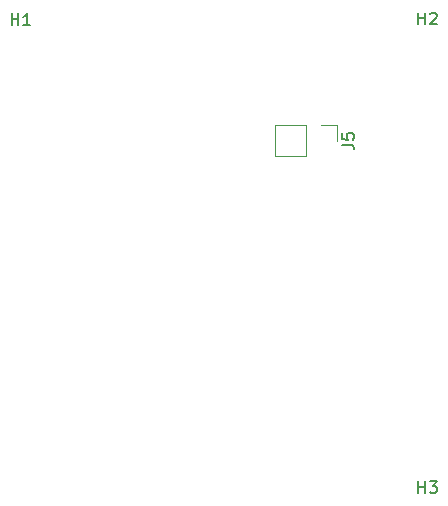
<source format=gto>
G04 #@! TF.GenerationSoftware,KiCad,Pcbnew,(5.1.10)-1*
G04 #@! TF.CreationDate,2023-08-02T14:16:35+03:00*
G04 #@! TF.ProjectId,hv_cct,68765f63-6374-42e6-9b69-6361645f7063,rev?*
G04 #@! TF.SameCoordinates,Original*
G04 #@! TF.FileFunction,Legend,Top*
G04 #@! TF.FilePolarity,Positive*
%FSLAX46Y46*%
G04 Gerber Fmt 4.6, Leading zero omitted, Abs format (unit mm)*
G04 Created by KiCad (PCBNEW (5.1.10)-1) date 2023-08-02 14:16:35*
%MOMM*%
%LPD*%
G01*
G04 APERTURE LIST*
%ADD10C,0.120000*%
%ADD11C,0.150000*%
%ADD12C,6.400000*%
%ADD13C,2.000000*%
%ADD14O,1.600000X1.600000*%
%ADD15C,1.600000*%
%ADD16O,1.700000X1.700000*%
%ADD17R,1.700000X1.700000*%
%ADD18R,1.500000X1.050000*%
%ADD19O,1.500000X1.050000*%
%ADD20R,1.600000X1.600000*%
G04 APERTURE END LIST*
D10*
X209286800Y-75733600D02*
X209286800Y-78393600D01*
X211886800Y-75733600D02*
X209286800Y-75733600D01*
X211886800Y-78393600D02*
X209286800Y-78393600D01*
X211886800Y-75733600D02*
X211886800Y-78393600D01*
X213156800Y-75733600D02*
X214486800Y-75733600D01*
X214486800Y-75733600D02*
X214486800Y-77063600D01*
D11*
X186944095Y-67270780D02*
X186944095Y-66270780D01*
X186944095Y-66746971D02*
X187515523Y-66746971D01*
X187515523Y-67270780D02*
X187515523Y-66270780D01*
X188515523Y-67270780D02*
X187944095Y-67270780D01*
X188229809Y-67270780D02*
X188229809Y-66270780D01*
X188134571Y-66413638D01*
X188039333Y-66508876D01*
X187944095Y-66556495D01*
X221386495Y-106894780D02*
X221386495Y-105894780D01*
X221386495Y-106370971D02*
X221957923Y-106370971D01*
X221957923Y-106894780D02*
X221957923Y-105894780D01*
X222338876Y-105894780D02*
X222957923Y-105894780D01*
X222624590Y-106275733D01*
X222767447Y-106275733D01*
X222862685Y-106323352D01*
X222910304Y-106370971D01*
X222957923Y-106466209D01*
X222957923Y-106704304D01*
X222910304Y-106799542D01*
X222862685Y-106847161D01*
X222767447Y-106894780D01*
X222481733Y-106894780D01*
X222386495Y-106847161D01*
X222338876Y-106799542D01*
X221386495Y-67219980D02*
X221386495Y-66219980D01*
X221386495Y-66696171D02*
X221957923Y-66696171D01*
X221957923Y-67219980D02*
X221957923Y-66219980D01*
X222386495Y-66315219D02*
X222434114Y-66267600D01*
X222529352Y-66219980D01*
X222767447Y-66219980D01*
X222862685Y-66267600D01*
X222910304Y-66315219D01*
X222957923Y-66410457D01*
X222957923Y-66505695D01*
X222910304Y-66648552D01*
X222338876Y-67219980D01*
X222957923Y-67219980D01*
X214939180Y-77396933D02*
X215653466Y-77396933D01*
X215796323Y-77444552D01*
X215891561Y-77539790D01*
X215939180Y-77682647D01*
X215939180Y-77777885D01*
X214939180Y-76444552D02*
X214939180Y-76920742D01*
X215415371Y-76968361D01*
X215367752Y-76920742D01*
X215320133Y-76825504D01*
X215320133Y-76587409D01*
X215367752Y-76492171D01*
X215415371Y-76444552D01*
X215510609Y-76396933D01*
X215748704Y-76396933D01*
X215843942Y-76444552D01*
X215891561Y-76492171D01*
X215939180Y-76587409D01*
X215939180Y-76825504D01*
X215891561Y-76920742D01*
X215843942Y-76968361D01*
%LPC*%
D12*
X187706000Y-71018400D03*
X222148400Y-110642400D03*
X222148400Y-70967600D03*
D13*
X203276200Y-99702000D03*
X203276200Y-92202000D03*
D14*
X196621400Y-92202000D03*
D15*
X196621400Y-84582000D03*
D14*
X192252600Y-104597200D03*
D15*
X192252600Y-96977200D03*
D14*
X188366400Y-97028000D03*
D15*
X188366400Y-104648000D03*
D16*
X210616800Y-77063600D03*
D17*
X213156800Y-77063600D03*
X218592400Y-84556600D03*
X204851000Y-84607400D03*
X202006200Y-113411000D03*
D16*
X189001400Y-108889800D03*
D17*
X191541400Y-108889800D03*
D18*
X196596000Y-98221800D03*
D19*
X196596000Y-95681800D03*
X196596000Y-96951800D03*
D15*
X213066000Y-84531200D03*
D20*
X210566000Y-84531200D03*
M02*

</source>
